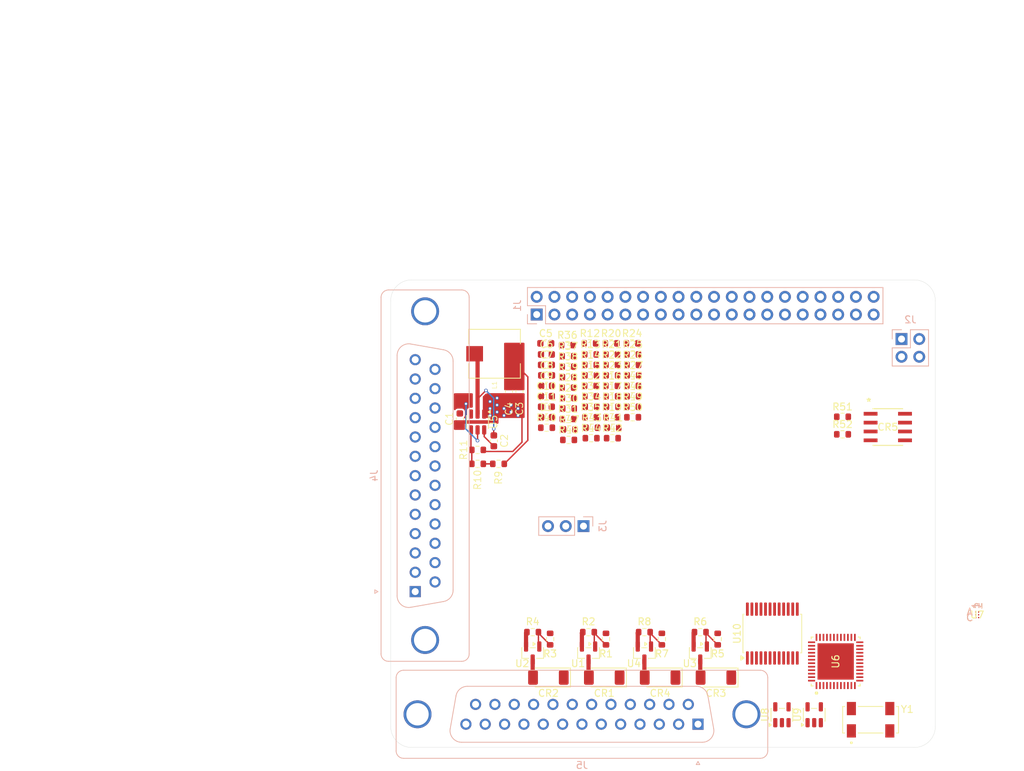
<source format=kicad_pcb>
(kicad_pcb (version 20241229) (generator "pcbnew") (generator_version "9.0")
  (title_block (rev "1"))
  (layers (0 "F.Cu" signal "Front") (4 "In1.Cu" mixed) (6 "In2.Cu" mixed) (2 "B.Cu" signal "Back") (13 "F.Paste" user) (15 "B.Paste" user) (5 "F.SilkS" user "F.Silkscreen") (7 "B.SilkS" user "B.Silkscreen") (1 "F.Mask" user) (3 "B.Mask" user) (25 "Edge.Cuts" user))
  (net 0 "")
  (net 1 "GND")
  (net 4 "/24_5_buck/5V")
  (net 6 "+3V3")
  (net 11 "/RS485_UART_TX")
  (net 12 "/valve3_enable")
  (net 13 "/RS485_UART_RX")
  (net 20 "/valve2_enable")
  (net 25 "/valve0_enable")
  (net 33 "+24V")
  (net 34 "Net-(U5-SW)")
  (net 35 "Net-(U5-CB)")
  (net 36 "+5V")
  (net 37 "/valve0_excitation_return")
  (net 38 "/valve1_excitation_return")
  (net 39 "/valve2_excitation_return")
  (net 40 "/valve3_excitation_return")
  (net 41 "/ADC_DOUT")
  (net 42 "/ADC_SCLK")
  (net 43 "/ADC_DIN")
  (net 44 "/ADC_CS")
  (net 70 "/valve1_enable")
  (net 71 "Net-(U1-G)")
  (net 72 "Net-(U2-G)")
  (net 73 "Net-(U3-G)")
  (net 74 "Net-(U4-G)")
  (net 75 "/mux_input0")
  (net 76 "/mux_input1")
  (net 77 "/mux_input2")
  (net 78 "Net-(R10-Pad1)")
  (net 79 "Net-(U5-FB)")
  (net 80 "/PT_1+")
  (net 81 "/adc0/IN2")
  (net 82 "/adc0/IN3")
  (net 83 "/PT_1-")
  (net 84 "/PT_0+")
  (net 85 "/adc0/IN0")
  (net 86 "/PT_0-")
  (net 87 "/adc0/IN1")
  (net 88 "/adc0/IN4")
  (net 89 "/PT_2+")
  (net 90 "/adc0/IN5")
  (net 91 "/PT_2-")
  (net 92 "/adc0/IN6")
  (net 93 "/PT_3+")
  (net 94 "/PT_3-")
  (net 95 "/adc0/IN7")
  (net 96 "/PT_4+")
  (net 97 "/adc0/IN8")
  (net 98 "/PT_4-")
  (net 99 "/adc0/IN9")
  (net 100 "/PT_5+")
  (net 101 "/adc0/IN10")
  (net 102 "/PT_5-")
  (net 103 "/adc0/IN11")
  (net 104 "/PT_6+")
  (net 105 "/adc0/IN12")
  (net 106 "/adc0/IN13")
  (net 107 "/PT_6-")
  (net 133 "/rs485/RS485_TX+")
  (net 134 "/rs485/RS485_RX-")
  (net 135 "/rs485/RS485_RX+")
  (net 136 "/rs485/RS485_TX-")
  (net 137 "/adc0/GPIO4")
  (net 138 "/adc0/GPIO1")
  (net 139 "/adc0/IN15")
  (net 140 "/adc0/GPIO6")
  (net 141 "/adc0/GPIO3")
  (net 142 "/adc0/GPIO2")
  (net 143 "/adc0/GPIO5")
  (net 144 "/adc0/GPIO7")
  (net 145 "/adc0/GPIO0")
  (net 146 "/adc0/IN14")
  (net 147 "Net-(U6-PLLCAP)")
  (net 148 "Net-(U6-XTAL1)")
  (net 149 "Net-(U6-XTAL2)")
  (net 150 "Net-(D1-A)")
  (net 156 "/adc0/MUXOUTP")
  (net 157 "/adc0/ADCINN")
  (net 158 "/adc0/MUXOUTN")
  (net 159 "/adc0/ADCINP")
  (net 160 "/mux_input3")
  (net 161 "/mux_input4")
  (net 162 "/mux_input5")
  (net 163 "/mux0/select3")
  (net 164 "/pyro_excitation")
  (net 165 "/mux0/select2")
  (net 166 "/mux_input15")
  (net 167 "/mux_input8")
  (net 168 "/mux_input6")
  (net 169 "/mux_input11")
  (net 170 "/mux_input14")
  (net 171 "/mux_input9")
  (net 172 "/mux0/select1")
  (net 173 "/mux_input13")
  (net 174 "/mux0/~{enable}")
  (net 175 "/mux_input12")
  (net 176 "/mux0/select0")
  (net 177 "/mux_input10")
  (net 178 "/mux_input7")
  (footprint "Resistor_SMD:R_0603_1608Metric" (layer "F.Cu") (at 124.815 92.51)
    (property "Reference" "R40")
    (property "Value" "100")
  )
  (footprint "Resistor_SMD:R_0603_1608Metric" (layer "F.Cu") (at 131.285 92.51)
    (property "Reference" "R43")
    (property "Value" "4k")
  )
  (footprint "Package_SO:SSOP-24_5.3x8.2mm_P0.65mm" (layer "F.Cu") (at 157.145 122.01 90)
    (property "Reference" "U10")
    (property "Value" "CD74HC4067SM")
  )
  (footprint "Resistor_SMD:R_0603_1608Metric" (layer "F.Cu") (at 127.895 91.26)
    (property "Reference" "R31")
    (property "Value" "1k")
  )
  (footprint "MountingHole:MountingHole_2.7mm_M2.5" (layer "F.Cu") (at 176.89 74.94)
    (property "Reference" "H1" (hide yes))
    (property "Value" "MountingHole")
  )
  (footprint "Resistor_SMD:R_0603_1608Metric" (layer "F.Cu") (at 137.15 82.01)
    (property "Reference" "R25")
    (property "Value" "1k")
  )
  (footprint "Resistor_SMD:R_0603_1608Metric" (layer "F.Cu") (at 146.822723 121.80478 180)
    (property "Reference" "R6")
    (property "Value" "1k")
  )
  (footprint "Resistor_SMD:R_0603_1608Metric" (layer "F.Cu") (at 138.822723 121.80478 180)
    (property "Reference" "R8")
    (property "Value" "1k")
  )
  (footprint "MountingHole:MountingHole_2.7mm_M2.5" (layer "F.Cu") (at 176.88 123.73)
    (property "Reference" "H4" (hide yes))
    (property "Value" "MountingHole")
  )
  (footprint "Resistor_SMD:R_0603_1608Metric" (layer "F.Cu") (at 127.79 80.67)
    (property "Reference" "R36")
    (property "Value" "2k")
  )
  (footprint "MountingHole:MountingHole_2.7mm_M2.5" (layer "F.Cu") (at 118.11 74.93)
    (property "Reference" "H2" (hide yes))
    (property "Value" "MountingHole")
  )
  (footprint "Diode_SMD:D_SOD-128" (layer "F.Cu") (at 149.072723 128.30478 180)
    (property "Reference" "CR3")
    (property "Value" "STPS360AF")
  )
  (footprint "MountingHole:MountingHole_2.7mm_M2.5" (layer "F.Cu") (at 118.1 123.71)
    (property "Reference" "H3" (hide yes))
    (property "Value" "MountingHole")
  )
  (footprint "Capacitor_SMD:C_0603_1608Metric" (layer "F.Cu") (at 112.39 91.24 -90)
    (property "Reference" "C1")
    (property "Value" "2.2uF")
  )
  (footprint "Capacitor_SMD:C_0603_1608Metric" (layer "F.Cu") (at 119.43 87.29 -90)
    (property "Reference" "C4")
    (property "Value" "22uF")
  )
  (footprint "Resistor_SMD:R_0603_1608Metric" (layer "F.Cu") (at 122.822723 121.80478 180)
    (property "Reference" "R4")
    (property "Value" "1k")
  )
  (footprint "Resistor_SMD:R_0603_1608Metric" (layer "F.Cu") (at 127.88 83.76)
    (property "Reference" "R38")
    (property "Value" "2k")
  )
  (footprint "Package_TO_SOT_SMD:SOT-23" (layer "F.Cu") (at 130.822723 124.80478 -90)
    (property "Reference" "U1")
    (property "Value" "IRLML6344TRPBF")
  )
  (footprint "Resistor_SMD:R_0603_1608Metric" (layer "F.Cu") (at 137.14 91.01)
    (property "Reference" "R50")
    (property "Value" "1k")
  )
  (footprint "Resistor_SMD:R_0603_1608Metric" (layer "F.Cu") (at 127.875 82.26)
    (property "Reference" "R37")
    (property "Value" "1k")
  )
  (footprint "Capacitor_SMD:C_0603_1608Metric" (layer "F.Cu") (at 124.79 83.51)
    (property "Reference" "C7")
    (property "Value" "10uF")
  )
  (footprint "Resistor_SMD:R_0603_1608Metric" (layer "F.Cu") (at 127.895 88.26)
    (property "Reference" "R29")
    (property "Value" "1k")
  )
  (footprint "Resistor_SMD:R_0603_1608Metric" (layer "F.Cu") (at 137.155 83.51)
    (property "Reference" "R26")
    (property "Value" "2k")
  )
  (footprint "Capacitor_SMD:C_0603_1608Metric" (layer "F.Cu") (at 120.93 87.29 -90)
    (property "Reference" "C3")
    (property "Value" "22uF")
  )
  (footprint "Diode_SMD:D_SOD-128" (layer "F.Cu") (at 125.072723 128.30478 180)
    (property "Reference" "CR2")
    (property "Value" "STPS360AF")
  )
  (footprint "Resistor_SMD:R_0603_1608Metric" (layer "F.Cu") (at 114.93 95.69)
    (property "Reference" "R11")
    (property "Value" "13.7k")
  )
  (footprint "Capacitor_SMD:C_0603_1608Metric" (layer "F.Cu") (at 124.815 86.51)
    (property "Reference" "C9")
    (property "Value" "22nf")
  )
  (footprint "Package_TO_SOT_SMD:SOT-23-5" (layer "F.Cu") (at 158.52 133.6475 90)
    (property "Reference" "U8")
    (property "Value" "MCP6001-OT")
  )
  (footprint "Diode_SMD:D_SOD-128" (layer "F.Cu") (at 141.072723 128.30478 180)
    (property "Reference" "CR4")
    (property "Value" "STPS360AF")
  )
  (footprint "Resistor_SMD:R_0603_1608Metric" (layer "F.Cu") (at 134.13 86.51)
    (property "Reference" "R16")
    (property "Value" "2k")
  )
  (footprint "Resistor_SMD:R_0603_1608Metric" (layer "F.Cu") (at 130.822723 121.80478 180)
    (property "Reference" "R2")
    (property "Value" "1k")
  )
  (footprint "Capacitor_SMD:C_0603_1608Metric" (layer "F.Cu") (at 124.79 89.51)
    (property "Reference" "C11")
    (property "Value" "4.7pf")
  )
  (footprint "Capacitor_SMD:C_0603_1608Metric" (layer "F.Cu") (at 124.785 82.01)
    (property "Reference" "C6")
    (property "Value" "10uF")
  )
  (footprint "Resistor_SMD:R_0603_1608Metric" (layer "F.Cu") (at 127.865 86.76)
    (property "Reference" "R28")
    (property "Value" "2k")
  )
  (footprint "Package_TO_SOT_SMD:SOT-23" (layer "F.Cu") (at 122.822723 124.80478 -90)
    (property "Reference" "U2")
    (property "Value" "IRLML6344TRPBF")
  )
  (footprint "Resistor_SMD:R_0603_1608Metric" (layer "F.Cu") (at 167.2 90.945)
    (property "Reference" "R51")
    (property "Value" "1k")
  )
  (footprint "Resistor_SMD:R_0603_1608Metric" (layer "F.Cu") (at 133.322723 122.80478 -90)
    (property "Reference" "R1")
    (property "Value" "100")
  )
  (footprint "Resistor_SMD:R_0603_1608Metric" (layer "F.Cu") (at 134.17 85.01)
    (property "Reference" "R23")
    (property "Value" "1k")
  )
  (footprint "Resistor_SMD:R_0603_1608Metric" (layer "F.Cu") (at 137.065 80.42)
    (property "Reference" "R24")
    (property "Value" "2k")
  )
  (footprint "Package_TO_SOT_SMD:SOT-23-5" (layer "F.Cu") (at 163.145 133.6475 90)
    (property "Reference" "U9")
    (property "Value" "MCP6001-OT")
  )
  (footprint "Resistor_SMD:R_0603_1608Metric" (layer "F.Cu") (at 137.17 88.01)
    (property "Reference" "R46")
    (property "Value" "1k")
  )
  (footprint "Resistor_SMD:R_0603_1608Metric" (layer "F.Cu") (at 141.322723 122.80478 -90)
    (property "Reference" "R7")
    (property "Value" "100")
  )
  (footprint "Capacitor_SMD:C_0603_1608Metric" (layer "F.Cu") (at 124.815 91.01)
    (property "Reference" "D1")
    (property "Value" "LED")
  )
  (footprint "Capacitor_SMD:C_0603_1608Metric" (layer "F.Cu") (at 124.79 87.99)
    (property "Reference" "C10")
    (property "Value" "4.7pf")
  )
  (footprint "Package_TO_SOT_SMD:SOT-23-6" (layer "F.Cu") (at 114.93 91.69 -90)
    (property "Reference" "U5")
    (property "Value" "LMR51430XDDCR")
  )
  (footprint "Package_TO_SOT_SMD:SOT-23" (layer "F.Cu") (at 146.822723 124.80478 -90)
    (property "Reference" "U3")
    (property "Value" "IRLML6344TRPBF")
  )
  (footprint "Resistor_SMD:R_0603_1608Metric" (layer "F.Cu") (at 125.322723 122.80478 -90)
    (property "Reference" "R3")
    (property "Value" "100")
  )
  (footprint "Resistor_SMD:R_0603_1608Metric" (layer "F.Cu") (at 131.12 88.01)
    (property "Reference" "R33")
    (property "Value" "1k")
  )
  (footprint "Resistor_SMD:R_0603_1608Metric" (layer "F.Cu") (at 134.235 94.01)
    (property "Reference" "R42")
    (property "Value" "1k")
  )
  (footprint "avi_lib:XTAL_MC-306_32.7680K-A0_ROHS" (layer "F.Cu") (at 171.22 134.36 90)
    (property "Reference" "Y1")
    (property "Value" "32.768kHz")
  )
  (footprint "Resistor_SMD:R_0603_1608Metric" (layer "F.Cu") (at 134.055 80.42)
    (property "Reference" "R20")
    (property "Value" "2k")
  )
  (footprint "Resistor_SMD:R_0603_1608Metric" (layer "F.Cu") (at 127.97 94.26)
    (property "Reference" "R48")
    (property "Value" "1k")
  )
  (footprint "Resistor_SMD:R_0603_1608Metric" (layer "F.Cu") (at 131.195 94.01)
    (property "Reference" "R44")
    (property "Value" "1k")
  )
  (footprint "Resistor_SMD:R_0603_1608Metric" (layer "F.Cu") (at 137.18 85.01)
    (property "Reference" "R27")
    (property "Value" "1k")
  )
  (footprint "Diode_SMD:D_SOD-128" (layer "F.Cu") (at 133.072723 128.30478 180)
    (property "Reference" "CR1")
    (property "Value" "STPS360AF")
  )
  (footprint "Resistor_SMD:R_0603_1608Metric" (layer "F.Cu") (at 131.13 85.01)
    (property "Reference" "R15")
    (property "Value" "1k")
  )
  (footprint "Resistor_SMD:R_0603_1608Metric" (layer "F.Cu") (at 131.105 83.51)
    (property "Reference" "R14")
    (property "Value" "2k")
  )
  (footprint "Resistor_SMD:R_0603_1608Metric" (layer "F.Cu") (at 131.12 91.01)
    (property "Reference" "R35")
    (property "Value" "1k")
  )
  (footprint "Resistor_SMD:R_0603_1608Metric" (layer "F.Cu") (at 137.14 86.51)
    (property "Reference" "R45")
    (property "Value" "4k")
  )
  (footprint "Capacitor_SMD:C_0603_1608Metric" (layer "F.Cu") (at 124.815 85.01)
    (property "Reference" "C8")
    (property "Value" "0.1uF")
  )
  (footprint "avi_lib:SO-8_STM" (layer "F.Cu") (at 173.6838 92.415)
    (property "Reference" "CR5")
    (property "Value" "ST490ABDR")
  )
  (footprint "avi_lib:RTC0048A-IPC_A" (layer "F.Cu") (at 166.22 126.01 90)
    (property "Reference" "U6")
    (property "Value" "ADS1158IRTCR")
  )
  (footprint "Resistor_SMD:R_0603_1608Metric" (layer "F.Cu") (at 131.175 89.51)
    (property "Reference" "R34")
    (property "Value" "2k")
  )
  (footprint "avi_lib:CLF7045NIT-6R8N-D" (layer "F.Cu") (at 117.36 81.91)
    (property "Reference" "L1")
    (property "Value" "CLF7045NIT-6R8N-D")
  )
  (footprint "Resistor_SMD:R_0603_1608Metric" (layer "F.Cu") (at 137.14 89.51)
    (property "Reference" "R49")
    (property "Value" "4k")
  )
  (footprint "Resistor_SMD:R_0603_1608Metric" (layer "F.Cu") (at 149.322723 122.80478 -90)
    (property "Reference" "R5")
    (property "Value" "100")
  )
  (footprint "Resistor_SMD:R_0603_1608Metric" (layer "F.Cu") (at 134.16 88.01)
    (property "Reference" "R17")
    (property "Value" "1k")
  )
  (footprint "Resistor_SMD:R_0603_1608Metric" (layer "F.Cu") (at 131.09 86.51)
    (property "Reference" "R32")
    (property "Value" "2k")
  )
  (footprint "Resistor_SMD:R_0603_1608Metric" (layer "F.Cu") (at 134.14 82.01)
    (property "Reference" "R21")
    (property "Value" "1k")
  )
  (footprint "Resistor_SMD:R_0603_1608Metric" (layer "F.Cu") (at 134.145 83.51)
    (property "Reference" "R22")
    (property "Value" "2k")
  )
  (footprint "avi_lib:MIC94161YCS_TR" (layer "F.Cu") (at 186.4897 119.321)
    (property "Reference" "U7")
    (property "Value" "MIC94161YCS-TR")
  )
  (footprint "Resistor_SMD:R_0603_1608Metric" (layer "F.Cu") (at 131.1 82.01)
    (property "Reference" "R13")
    (property "Value" "1k")
  )
  (footprint "Resistor_SMD:R_0603_1608Metric" (layer "F.Cu") (at 127.905 85.26)
    (property "Reference" "R39")
    (property "Value" "1k")
  )
  (footprint "Resistor_SMD:R_0603_1608Metric" (layer "F.Cu") (at 114.93 97.69 180)
    (property "Reference" "R10")
    (property "Value" "3k")
  )
  (footprint "Resistor_SMD:R_0603_1608Metric" (layer "F.Cu") (at 134.215 89.51)
    (property "Reference" "R18")
    (property "Value" "2k")
  )
  (footprint "Resistor_SMD:R_0603_1608Metric" (layer "F.Cu") (at 131.015 80.42)
    (property "Reference" "R12")
    (property "Value" "2k")
  )
  (footprint "Capacitor_SMD:C_0603_1608Metric" (layer "F.Cu") (at 117.26 94.39 90)
    (property "Reference" "C2")
    (property "Value" "0.1uF 16V")
  )
  (footprint "Resistor_SMD:R_0603_1608Metric" (layer "F.Cu") (at 134.16 91.01)
    (property "Reference" "R19")
    (property "Value" "1k")
  )
  (footprint "Resistor_SMD:R_0603_1608Metric" (layer "F.Cu") (at 127.95 89.76)
    (property "Reference" "R30")
    (property "Value" "2k")
  )
  (footprint "Package_TO_SOT_SMD:SOT-23" (layer "F.Cu") (at 138.822723 124.80478 -90)
    (property "Reference" "U4")
    (property "Value" "IRLML6344TRPBF")
  )
  (footprint "Resistor_SMD:R_0603_1608Metric" (layer "F.Cu") (at 167.2 93.455)
    (property "Reference" "R52")
    (property "Value" "1k")
  )
  (footprint "Resistor_SMD:R_0603_1608Metric" (layer "F.Cu") (at 128.06 92.76)
    (property "Reference" "R47")
    (property "Value" "4k")
  )
  (footprint "Resistor_SMD:R_0603_1608Metric" (layer "F.Cu") (at 117.93 97.69 180)
    (property "Reference" "R9")
    (property "Value" "100k")
  )
  (footprint "Resistor_SMD:R_0603_1608Metric" (layer "F.Cu") (at 134.325 92.51)
    (property "Reference" "R41")
    (property "Value" "4k")
  )
  (footprint "Capacitor_SMD:C_0603_1608Metric" (layer "F.Cu") (at 124.7 80.42)
    (property "Reference" "C5")
    (property "Value" "0.1uF")
  )
  (footprint "Connector_Dsub:DSUB-25_Socket_Vertical_P2.77x2.84mm_MountingHoles" (layer "B.Cu") (at 106 116 -90)
    (property "Reference" "J4")
    (property "Value" "DB25_Socket")
  )
  (footprint "Connector_PinSocket_2.54mm:PinSocket_2x02_P2.54mm_Vertical" (layer "B.Cu") (at 175.65 79.8 180)
    (property "Reference" "J2")
    (property "Value" "Conn_02x02_Odd_Even")
  )
  (footprint "Connector_PinSocket_2.54mm:PinSocket_2x20_P2.54mm_Vertical" (layer "B.Cu") (at 123.4 76.29 -90)
    (property "Reference" "J1")
    (property "Value" "Pi Connector")
  )
  (footprint "Connector_Dsub:DSUB-25_Socket_Vertical_P2.77x2.84mm_MountingHoles" (layer "B.Cu") (at 146.5 135)
    (property "Reference" "J5")
    (property "Value" "DB25_Socket")
  )
  (footprint "Connector_PinSocket_2.54mm:PinSocket_1x03_P2.54mm_Vertical" (layer "B.Cu") (at 130.1 106.61 90)
    (property "Reference" "J3")
    (property "Value" "Conn_01x03")
  )
  (gr_arc (start 180.49 135.337176) (mid 179.613429 137.453429) (end 177.497176 138.33) (stroke (width 0.0381)) (layer "Edge.Cuts"))
  (gr_line (start 180.49 74.322824) (end 180.49 135.337176) (stroke (width 0.0381)) (layer "Edge.Cuts"))
  (gr_arc (start 177.497176 71.33) (mid 179.613422 72.206578) (end 180.49 74.322824) (stroke (width 0.0381)) (layer "Edge.Cuts"))
  (gr_arc (start 102.49 74.32) (mid 103.366578 72.203754) (end 105.482824 71.327176) (stroke (width 0.0381)) (layer "Edge.Cuts"))
  (gr_line (start 102.490001 135.337176) (end 102.49 74.32) (stroke (width 0.0381)) (layer "Edge.Cuts"))
  (gr_line (start 177.4972 138.33) (end 105.482824 138.33) (stroke (width 0.0381)) (layer "Edge.Cuts"))
  (gr_line (start 105.482824 71.327176) (end 177.4972 71.33) (stroke (width 0.0381)) (layer "Edge.Cuts"))
  (gr_arc (start 105.482824 138.33) (mid 103.366578 137.453422) (end 102.49 135.337176) (stroke (width 0.0381)) (layer "Edge.Cuts"))
  (segment (start 145.872723 123.86728) (end 145.872723 121.92978) (width 0.6) (layer "F.Cu") (net 1))
  (segment (start 121.872723 123.86728) (end 121.872723 121.92978) (width 0.6) (layer "F.Cu") (net 1))
  (segment (start 121.872723 121.92978) (end 121.997723 121.80478) (width 0.6) (layer "F.Cu") (net 1))
  (segment (start 115.981 95.916) (end 119.9619 95.916) (width 0.2) (layer "F.Cu") (net 1))
  (segment (start 119.9619 95.916) (end 121.10895 94.76895) (width 0.2) (layer "F.Cu") (net 1))
  (segment (start 129.872723 121.92978) (end 129.997723 121.80478) (width 0.6) (layer "F.Cu") (net 1))
  (segment (start 137.872723 121.92978) (end 137.997723 121.80478) (width 0.6) (layer "F.Cu") (net 1))
  (segment (start 121.10895 94.76895) (end 121.29 94.5879) (width 0.2) (layer "F.Cu") (net 1))
  (segment (start 137.872723 123.86728) (end 137.872723 121.92978) (width 0.6) (layer "F.Cu") (net 1))
  (segment (start 129.872723 123.86728) (end 129.872723 121.92978) (width 0.6) (layer "F.Cu") (net 1))
  (segment (start 121.29 94.5879) (end 121.29 90.87) (width 0.2) (layer "F.Cu") (net 1))
  (segment (start 145.872723 121.92978) (end 145.997723 121.80478) (width 0.6) (layer "F.Cu") (net 1))
  (segment (start 115.755 95.69) (end 115.981 95.916) (width 0.2) (layer "F.Cu") (net 1))
  (via (at 117.72 89.26) (size 0.5) (drill 0.3) (layers "F.Cu" "B.Cu") (net 1))
  (via (at 120.72 90.76) (size 0.5) (drill 0.3) (layers "F.Cu" "B.Cu") (net 1))
  (via (at 117.72 90.26) (size 0.5) (drill 0.3) (layers "F.Cu" "B.Cu") (net 1))
  (via (at 118.72 89.76) (size 0.5) (drill 0.3) (layers "F.Cu" "B.Cu") (net 1))
  (via (at 116.72 90.76) (size 0.5) (drill 0.3) (layers "F.Cu" "B.Cu") (net 1))
  (via (at 116.72 89.76) (size 0.5) (drill 0.3) (layers "F.Cu" "B.Cu") (net 1))
  (via (at 120.72 89.76) (size 0.5) (drill 0.3) (layers "F.Cu" "B.Cu") (net 1))
  (via (at 118.72 90.76) (size 0.5) (drill 0.3) (layers "F.Cu" "B.Cu") (net 1))
  (via (at 116.72 88.76) (size 0.5) (drill 0.3) (layers "F.Cu" "B.Cu") (net 1))
  (via (at 117.72 88.26) (size 0.5) (drill 0.3) (layers "F.Cu" "B.Cu") (net 1))
  (via (at 119.72 90.26) (size 0.5) (drill 0.3) (layers "F.Cu" "B.Cu") (net 1))
  (via (at 119.72 89.26) (size 0.5) (drill 0.3) (layers "F.Cu" "B.Cu") (net 1))
  (segment (start 122.13 94.315) (end 122.13 85.22) (width 0.2) (layer "F.Cu") (net 4))
  (segment (start 118.755 97.69) (end 122.13 94.315) (width 0.2) (layer "F.Cu") (net 4))
  (segment (start 122.13 85.22) (end 121.39 84.48) (width 0.2) (layer "F.Cu") (net 4))
  (segment (start 114.93 94.35) (end 114.92 94.36) (width 0.2) (layer "F.Cu") (net 33))
  (segment (start 114.93 92.8275) (end 114.93 94.35) (width 0.2) (layer "F.Cu") (net 33))
  (segment (start 114.93 92.473032) (end 114.93 92.8275) (width 0.2) (layer "F.Cu") (net 33))
  (via (at 113.27 89.09) (size 0.5) (drill 0.3) (layers "F.Cu" "B.Cu") (net 33))
  (via (at 114.92 94.36) (size 0.5) (drill 0.3) (layers "F.Cu" "B.Cu") (net 33))
  (segment (start 114.92 94.36) (end 113.27 92.71) (width 0.2) (layer "B.Cu") (net 33))
  (segment (start 113.27 92.71) (end 113.27 89.09) (width 0.2) (layer "B.Cu") (net 33))
  (segment (start 117.24 92.67) (end 117.24 93.595) (width 0.2) (layer "F.Cu") (net 34))
  (segment (start 114.93 88.37) (end 116.13 87.17) (width 0.2) (layer "F.Cu") (net 34))
  (segment (start 114.93 89.28) (end 114.93 88.37) (width 0.2) (layer "F.Cu") (net 34))
  (segment (start 117.24 93.595) (end 117.26 93.615) (width 0.2) (layer "F.Cu") (net 34))
  (segment (start 114.93 90.5525) (end 114.93 82.33) (width 0.6) (layer "F.Cu") (net 34))
  (segment (start 114.93 82.33) (end 114.51 81.91) (width 0.8) (layer "F.Cu") (net 34))
  (via (at 116.13 87.17) (size 0.5) (drill 0.3) (layers "F.Cu" "B.Cu") (net 34))
  (via (at 117.24 92.67) (size 0.5) (drill 0.3) (layers "F.Cu" "B.Cu") (net 34))
  (segment (start 116.13 87.17) (end 117.24 88.28) (width 0.2) (layer "B.Cu") (net 34))
  (segment (start 117.24 88.28) (end 117.24 92.67) (width 0.2) (layer "B.Cu") (net 34))
  (segment (start 117.26 95.165) (end 115.88 93.785) (width 0.2) (layer "F.Cu") (net 35))
  (segment (start 115.88 93.785) (end 115.88 92.8275) (width 0.2) (layer "F.Cu") (net 35))
  (segment (start 130.822723 125.74228) (end 130.822723 128.25478) (width 0.6) (layer "F.Cu") (net 37))
  (segment (start 130.822723 128.25478) (end 130.872723 128.30478) (width 0.6) (layer "F.Cu") (net 37))
  (segment (start 123.647723 121.80478) (end 123.647723 121.95478) (width 0.2) (layer "F.Cu") (net 38))
  (segment (start 123.647723 121.95478) (end 125.322723 123.62978) (width 0.2) (layer "F.Cu") (net 38))
  (segment (start 123.647723 123.74228) (end 123.772723 123.86728) (width 0.2) (layer "F.Cu") (net 38))
  (segment (start 122.822723 125.74228) (end 122.822723 128.25478) (width 0.6) (layer "F.Cu") (net 38))
  (segment (start 123.647723 121.80478) (end 123.647723 123.74228) (width 0.2) (layer "F.Cu") (net 38))
  (segment (start 122.822723 128.25478) (end 122.872723 128.30478) (width 0.6) (layer "F.Cu") (net 38))
  (segment (start 147.647723 121.95478) (end 149.322723 123.62978) (width 0.2) (layer "F.Cu") (net 39))
  (segment (start 147.647723 121.80478) (end 147.647723 123.74228) (width 0.2) (layer "F.Cu") (net 39))
  (segment (start 147.647723 121.80478) (end 147.647723 121.95478) (width 0.2) (layer "F.Cu") (net 39))
  (segment (start 146.822723 128.25478) (end 146.872723 128.30478) (width 0.6) (layer "F.Cu") (net 39))
  (segment (start 147.647723 123.74228) (end 147.772723 123.86728) (width 0.2) (layer "F.Cu") (net 39))
  (segment (start 146.822723 125.74228) (end 146.822723 128.25478) (width 0.6) (layer "F.Cu") (net 39))
  (segment (start 139.647723 121.95478) (end 141.322723 123.62978) (width 0.2) (layer "F.Cu") (net 40))
  (segment (start 138.822723 125.74228) (end 138.822723 128.25478) (width 0.6) (layer "F.Cu") (net 40))
  (segment (start 139.647723 121.80478) (end 139.647723 121.95478) (width 0.2) (layer "F.Cu") (net 40))
  (segment (start 139.647723 123.74228) (end 139.772723 123.86728) (width 0.2) (layer "F.Cu") (net 40))
  (segment (start 138.822723 128.25478) (end 138.872723 128.30478) (width 0.6) (layer "F.Cu") (net 40))
  (segment (start 139.647723 121.80478) (end 139.647723 123.74228) (width 0.2) (layer "F.Cu") (net 40))
  (segment (start 131.647723 121.80478) (end 131.647723 123.74228) (width 0.2) (layer "F.Cu") (net 71))
  (segment (start 131.647723 121.95478) (end 133.322723 123.62978) (width 0.2) (layer "F.Cu") (net 71))
  (segment (start 131.647723 123.74228) (end 131.772723 123.86728) (width 0.2) (layer "F.Cu") (net 71))
  (segment (start 131.647723 121.80478) (end 131.647723 121.95478) (width 0.2) (layer "F.Cu") (net 71))
  (segment (start 115.755 97.69) (end 117.105 97.69) (width 0.2) (layer "F.Cu") (net 78))
  (segment (start 113.98 95.565) (end 114.105 95.69) (width 0.2) (layer "F.Cu") (net 79))
  (segment (start 114.105 95.69) (end 114.105 97.69) (width 0.2) (layer "F.Cu") (net 79))
  (segment (start 113.98 92.8275) (end 113.98 95.565) (width 0.2) (layer "F.Cu") (net 79))
  (zone (net 36) (net_name "+5V") (layer "F.Cu") (connect_pads yes (clearance 0)) (min_thickness 0.25) (fill yes (thermal_gap 0.5) (thermal_bridge_width 0.5))
    (polygon (pts (xy 121.65 80.33) (xy 121.65 87.14942) (xy 118.73 87.14942) (xy 118.73 80.33)))
  )
  (zone (net 33) (net_name "+24V") (layer "F.Cu") (priority 1) (connect_pads no (clearance 0.25)) (min_thickness 0.25) (fill yes (thermal_gap 0.5) (thermal_bridge_width 0.5))
    (polygon (pts (xy 114.25 87.57) (xy 114.25 91.18) (xy 111.54 91.18) (xy 111.54 87.57)))
  )
  (zone (net 1) (net_name "GND") (layer "F.Cu") (priority 2) (connect_pads yes (clearance 0)) (min_thickness 0.25) (fill yes (thermal_gap 0.5) (thermal_bridge_width 0.5))
    (polygon (pts (xy 121.67 87.56) (xy 121.67 91.12) (xy 117.93 91.12) (xy 117.93 91.94) (xy 113.11 91.94) (xy 113.11 92.82) (xy 111.54 92.82) (xy 111.54 91.44) (xy 116.68 91.44) (xy 116.68 91.12) (xy 115.68 91.12) (xy 115.68 87.56)))
  )
)
</source>
